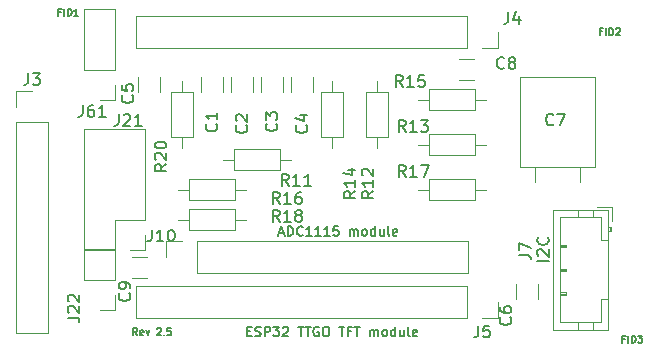
<source format=gto>
G04 #@! TF.GenerationSoftware,KiCad,Pcbnew,(5.1.10)-1*
G04 #@! TF.CreationDate,2021-08-27T23:45:12+02:00*
G04 #@! TF.ProjectId,JuntekOnSteroidsTTGO,4a756e74-656b-44f6-9e53-7465726f6964,2.5*
G04 #@! TF.SameCoordinates,PX5b716c8PY5b716c8*
G04 #@! TF.FileFunction,Legend,Top*
G04 #@! TF.FilePolarity,Positive*
%FSLAX46Y46*%
G04 Gerber Fmt 4.6, Leading zero omitted, Abs format (unit mm)*
G04 Created by KiCad (PCBNEW (5.1.10)-1) date 2021-08-27 23:45:12*
%MOMM*%
%LPD*%
G01*
G04 APERTURE LIST*
%ADD10C,0.150000*%
%ADD11C,0.120000*%
G04 APERTURE END LIST*
D10*
X48839380Y12993810D02*
X47839380Y12993810D01*
X47934619Y13422381D02*
X47887000Y13470000D01*
X47839380Y13565239D01*
X47839380Y13803334D01*
X47887000Y13898572D01*
X47934619Y13946191D01*
X48029857Y13993810D01*
X48125095Y13993810D01*
X48267952Y13946191D01*
X48839380Y13374762D01*
X48839380Y13993810D01*
X48744142Y14993810D02*
X48791761Y14946191D01*
X48839380Y14803334D01*
X48839380Y14708096D01*
X48791761Y14565239D01*
X48696523Y14470000D01*
X48601285Y14422381D01*
X48410809Y14374762D01*
X48267952Y14374762D01*
X48077476Y14422381D01*
X47982238Y14470000D01*
X47887000Y14565239D01*
X47839380Y14708096D01*
X47839380Y14803334D01*
X47887000Y14946191D01*
X47934619Y14993810D01*
X25997523Y15360667D02*
X26378476Y15360667D01*
X25921333Y15132096D02*
X26188000Y15932096D01*
X26454666Y15132096D01*
X26721333Y15132096D02*
X26721333Y15932096D01*
X26911809Y15932096D01*
X27026095Y15894000D01*
X27102285Y15817810D01*
X27140380Y15741620D01*
X27178476Y15589239D01*
X27178476Y15474953D01*
X27140380Y15322572D01*
X27102285Y15246381D01*
X27026095Y15170191D01*
X26911809Y15132096D01*
X26721333Y15132096D01*
X27978476Y15208286D02*
X27940380Y15170191D01*
X27826095Y15132096D01*
X27749904Y15132096D01*
X27635619Y15170191D01*
X27559428Y15246381D01*
X27521333Y15322572D01*
X27483238Y15474953D01*
X27483238Y15589239D01*
X27521333Y15741620D01*
X27559428Y15817810D01*
X27635619Y15894000D01*
X27749904Y15932096D01*
X27826095Y15932096D01*
X27940380Y15894000D01*
X27978476Y15855905D01*
X28740380Y15132096D02*
X28283238Y15132096D01*
X28511809Y15132096D02*
X28511809Y15932096D01*
X28435619Y15817810D01*
X28359428Y15741620D01*
X28283238Y15703524D01*
X29502285Y15132096D02*
X29045142Y15132096D01*
X29273714Y15132096D02*
X29273714Y15932096D01*
X29197523Y15817810D01*
X29121333Y15741620D01*
X29045142Y15703524D01*
X30264190Y15132096D02*
X29807047Y15132096D01*
X30035619Y15132096D02*
X30035619Y15932096D01*
X29959428Y15817810D01*
X29883238Y15741620D01*
X29807047Y15703524D01*
X30988000Y15932096D02*
X30607047Y15932096D01*
X30568952Y15551143D01*
X30607047Y15589239D01*
X30683238Y15627334D01*
X30873714Y15627334D01*
X30949904Y15589239D01*
X30988000Y15551143D01*
X31026095Y15474953D01*
X31026095Y15284477D01*
X30988000Y15208286D01*
X30949904Y15170191D01*
X30873714Y15132096D01*
X30683238Y15132096D01*
X30607047Y15170191D01*
X30568952Y15208286D01*
X31978476Y15132096D02*
X31978476Y15665429D01*
X31978476Y15589239D02*
X32016571Y15627334D01*
X32092761Y15665429D01*
X32207047Y15665429D01*
X32283238Y15627334D01*
X32321333Y15551143D01*
X32321333Y15132096D01*
X32321333Y15551143D02*
X32359428Y15627334D01*
X32435619Y15665429D01*
X32549904Y15665429D01*
X32626095Y15627334D01*
X32664190Y15551143D01*
X32664190Y15132096D01*
X33159428Y15132096D02*
X33083238Y15170191D01*
X33045142Y15208286D01*
X33007047Y15284477D01*
X33007047Y15513048D01*
X33045142Y15589239D01*
X33083238Y15627334D01*
X33159428Y15665429D01*
X33273714Y15665429D01*
X33349904Y15627334D01*
X33388000Y15589239D01*
X33426095Y15513048D01*
X33426095Y15284477D01*
X33388000Y15208286D01*
X33349904Y15170191D01*
X33273714Y15132096D01*
X33159428Y15132096D01*
X34111809Y15132096D02*
X34111809Y15932096D01*
X34111809Y15170191D02*
X34035619Y15132096D01*
X33883238Y15132096D01*
X33807047Y15170191D01*
X33768952Y15208286D01*
X33730857Y15284477D01*
X33730857Y15513048D01*
X33768952Y15589239D01*
X33807047Y15627334D01*
X33883238Y15665429D01*
X34035619Y15665429D01*
X34111809Y15627334D01*
X34835619Y15665429D02*
X34835619Y15132096D01*
X34492761Y15665429D02*
X34492761Y15246381D01*
X34530857Y15170191D01*
X34607047Y15132096D01*
X34721333Y15132096D01*
X34797523Y15170191D01*
X34835619Y15208286D01*
X35330857Y15132096D02*
X35254666Y15170191D01*
X35216571Y15246381D01*
X35216571Y15932096D01*
X35940380Y15170191D02*
X35864190Y15132096D01*
X35711809Y15132096D01*
X35635619Y15170191D01*
X35597523Y15246381D01*
X35597523Y15551143D01*
X35635619Y15627334D01*
X35711809Y15665429D01*
X35864190Y15665429D01*
X35940380Y15627334D01*
X35978476Y15551143D01*
X35978476Y15474953D01*
X35597523Y15398762D01*
X23299047Y7042143D02*
X23565714Y7042143D01*
X23680000Y6623096D02*
X23299047Y6623096D01*
X23299047Y7423096D01*
X23680000Y7423096D01*
X23984761Y6661191D02*
X24099047Y6623096D01*
X24289523Y6623096D01*
X24365714Y6661191D01*
X24403809Y6699286D01*
X24441904Y6775477D01*
X24441904Y6851667D01*
X24403809Y6927858D01*
X24365714Y6965953D01*
X24289523Y7004048D01*
X24137142Y7042143D01*
X24060952Y7080239D01*
X24022857Y7118334D01*
X23984761Y7194524D01*
X23984761Y7270715D01*
X24022857Y7346905D01*
X24060952Y7385000D01*
X24137142Y7423096D01*
X24327619Y7423096D01*
X24441904Y7385000D01*
X24784761Y6623096D02*
X24784761Y7423096D01*
X25089523Y7423096D01*
X25165714Y7385000D01*
X25203809Y7346905D01*
X25241904Y7270715D01*
X25241904Y7156429D01*
X25203809Y7080239D01*
X25165714Y7042143D01*
X25089523Y7004048D01*
X24784761Y7004048D01*
X25508571Y7423096D02*
X26003809Y7423096D01*
X25737142Y7118334D01*
X25851428Y7118334D01*
X25927619Y7080239D01*
X25965714Y7042143D01*
X26003809Y6965953D01*
X26003809Y6775477D01*
X25965714Y6699286D01*
X25927619Y6661191D01*
X25851428Y6623096D01*
X25622857Y6623096D01*
X25546666Y6661191D01*
X25508571Y6699286D01*
X26308571Y7346905D02*
X26346666Y7385000D01*
X26422857Y7423096D01*
X26613333Y7423096D01*
X26689523Y7385000D01*
X26727619Y7346905D01*
X26765714Y7270715D01*
X26765714Y7194524D01*
X26727619Y7080239D01*
X26270476Y6623096D01*
X26765714Y6623096D01*
X27603809Y7423096D02*
X28060952Y7423096D01*
X27832380Y6623096D02*
X27832380Y7423096D01*
X28213333Y7423096D02*
X28670476Y7423096D01*
X28441904Y6623096D02*
X28441904Y7423096D01*
X29356190Y7385000D02*
X29280000Y7423096D01*
X29165714Y7423096D01*
X29051428Y7385000D01*
X28975238Y7308810D01*
X28937142Y7232620D01*
X28899047Y7080239D01*
X28899047Y6965953D01*
X28937142Y6813572D01*
X28975238Y6737381D01*
X29051428Y6661191D01*
X29165714Y6623096D01*
X29241904Y6623096D01*
X29356190Y6661191D01*
X29394285Y6699286D01*
X29394285Y6965953D01*
X29241904Y6965953D01*
X29889523Y7423096D02*
X30041904Y7423096D01*
X30118095Y7385000D01*
X30194285Y7308810D01*
X30232380Y7156429D01*
X30232380Y6889762D01*
X30194285Y6737381D01*
X30118095Y6661191D01*
X30041904Y6623096D01*
X29889523Y6623096D01*
X29813333Y6661191D01*
X29737142Y6737381D01*
X29699047Y6889762D01*
X29699047Y7156429D01*
X29737142Y7308810D01*
X29813333Y7385000D01*
X29889523Y7423096D01*
X31070476Y7423096D02*
X31527619Y7423096D01*
X31299047Y6623096D02*
X31299047Y7423096D01*
X32060952Y7042143D02*
X31794285Y7042143D01*
X31794285Y6623096D02*
X31794285Y7423096D01*
X32175238Y7423096D01*
X32365714Y7423096D02*
X32822857Y7423096D01*
X32594285Y6623096D02*
X32594285Y7423096D01*
X33699047Y6623096D02*
X33699047Y7156429D01*
X33699047Y7080239D02*
X33737142Y7118334D01*
X33813333Y7156429D01*
X33927619Y7156429D01*
X34003809Y7118334D01*
X34041904Y7042143D01*
X34041904Y6623096D01*
X34041904Y7042143D02*
X34080000Y7118334D01*
X34156190Y7156429D01*
X34270476Y7156429D01*
X34346666Y7118334D01*
X34384761Y7042143D01*
X34384761Y6623096D01*
X34880000Y6623096D02*
X34803809Y6661191D01*
X34765714Y6699286D01*
X34727619Y6775477D01*
X34727619Y7004048D01*
X34765714Y7080239D01*
X34803809Y7118334D01*
X34880000Y7156429D01*
X34994285Y7156429D01*
X35070476Y7118334D01*
X35108571Y7080239D01*
X35146666Y7004048D01*
X35146666Y6775477D01*
X35108571Y6699286D01*
X35070476Y6661191D01*
X34994285Y6623096D01*
X34880000Y6623096D01*
X35832380Y6623096D02*
X35832380Y7423096D01*
X35832380Y6661191D02*
X35756190Y6623096D01*
X35603809Y6623096D01*
X35527619Y6661191D01*
X35489523Y6699286D01*
X35451428Y6775477D01*
X35451428Y7004048D01*
X35489523Y7080239D01*
X35527619Y7118334D01*
X35603809Y7156429D01*
X35756190Y7156429D01*
X35832380Y7118334D01*
X36556190Y7156429D02*
X36556190Y6623096D01*
X36213333Y7156429D02*
X36213333Y6737381D01*
X36251428Y6661191D01*
X36327619Y6623096D01*
X36441904Y6623096D01*
X36518095Y6661191D01*
X36556190Y6699286D01*
X37051428Y6623096D02*
X36975238Y6661191D01*
X36937142Y6737381D01*
X36937142Y7423096D01*
X37660952Y6661191D02*
X37584761Y6623096D01*
X37432380Y6623096D01*
X37356190Y6661191D01*
X37318095Y6737381D01*
X37318095Y7042143D01*
X37356190Y7118334D01*
X37432380Y7156429D01*
X37584761Y7156429D01*
X37660952Y7118334D01*
X37699047Y7042143D01*
X37699047Y6965953D01*
X37318095Y6889762D01*
X13997142Y6713572D02*
X13797142Y6999286D01*
X13654285Y6713572D02*
X13654285Y7313572D01*
X13882857Y7313572D01*
X13940000Y7285000D01*
X13968571Y7256429D01*
X13997142Y7199286D01*
X13997142Y7113572D01*
X13968571Y7056429D01*
X13940000Y7027858D01*
X13882857Y6999286D01*
X13654285Y6999286D01*
X14482857Y6742143D02*
X14425714Y6713572D01*
X14311428Y6713572D01*
X14254285Y6742143D01*
X14225714Y6799286D01*
X14225714Y7027858D01*
X14254285Y7085000D01*
X14311428Y7113572D01*
X14425714Y7113572D01*
X14482857Y7085000D01*
X14511428Y7027858D01*
X14511428Y6970715D01*
X14225714Y6913572D01*
X14711428Y7113572D02*
X14854285Y6713572D01*
X14997142Y7113572D01*
X15654285Y7256429D02*
X15682857Y7285000D01*
X15740000Y7313572D01*
X15882857Y7313572D01*
X15940000Y7285000D01*
X15968571Y7256429D01*
X15997142Y7199286D01*
X15997142Y7142143D01*
X15968571Y7056429D01*
X15625714Y6713572D01*
X15997142Y6713572D01*
X16254285Y6770715D02*
X16282857Y6742143D01*
X16254285Y6713572D01*
X16225714Y6742143D01*
X16254285Y6770715D01*
X16254285Y6713572D01*
X16825714Y7313572D02*
X16540000Y7313572D01*
X16511428Y7027858D01*
X16540000Y7056429D01*
X16597142Y7085000D01*
X16740000Y7085000D01*
X16797142Y7056429D01*
X16825714Y7027858D01*
X16854285Y6970715D01*
X16854285Y6827858D01*
X16825714Y6770715D01*
X16797142Y6742143D01*
X16740000Y6713572D01*
X16597142Y6713572D01*
X16540000Y6742143D01*
X16511428Y6770715D01*
D11*
G04 #@! TO.C,C7*
X46355000Y28575000D02*
X52705000Y28575000D01*
X52705000Y28575000D02*
X52705000Y20955000D01*
X52705000Y20955000D02*
X46355000Y20955000D01*
X46355000Y20955000D02*
X46355000Y28575000D01*
X47625000Y20955000D02*
X47625000Y19685000D01*
X51435000Y20955000D02*
X51435000Y19685000D01*
G04 #@! TO.C,J3*
X3750000Y6925000D02*
X6410000Y6925000D01*
X3750000Y24765000D02*
X3750000Y6925000D01*
X6410000Y24765000D02*
X6410000Y6925000D01*
X3750000Y24765000D02*
X6410000Y24765000D01*
X3750000Y26035000D02*
X3750000Y27365000D01*
X3750000Y27365000D02*
X5080000Y27365000D01*
G04 #@! TO.C,C9*
X13575000Y13366000D02*
X14833000Y13366000D01*
X13575000Y11526000D02*
X14833000Y11526000D01*
G04 #@! TO.C,R16*
X23190000Y19050000D02*
X22240000Y19050000D01*
X17450000Y19050000D02*
X18400000Y19050000D01*
X22240000Y19970000D02*
X18400000Y19970000D01*
X22240000Y18130000D02*
X22240000Y19970000D01*
X18400000Y18130000D02*
X22240000Y18130000D01*
X18400000Y19970000D02*
X18400000Y18130000D01*
G04 #@! TO.C,J61*
X12125000Y34350000D02*
X9465000Y34350000D01*
X12125000Y29210000D02*
X12125000Y34350000D01*
X9465000Y29210000D02*
X9465000Y34350000D01*
X12125000Y29210000D02*
X9465000Y29210000D01*
X12125000Y27940000D02*
X12125000Y26610000D01*
X12125000Y26610000D02*
X10795000Y26610000D01*
G04 #@! TO.C,J22*
X12125000Y14030000D02*
X9465000Y14030000D01*
X12125000Y11430000D02*
X12125000Y14030000D01*
X9465000Y11430000D02*
X9465000Y14030000D01*
X12125000Y11430000D02*
X9465000Y11430000D01*
X12125000Y10160000D02*
X12125000Y8830000D01*
X12125000Y8830000D02*
X10795000Y8830000D01*
G04 #@! TO.C,J21*
X14665000Y24190000D02*
X9465000Y24190000D01*
X14665000Y16510000D02*
X14665000Y24190000D01*
X9465000Y13910000D02*
X9465000Y24190000D01*
X14665000Y16510000D02*
X12065000Y16510000D01*
X12065000Y16510000D02*
X12065000Y13910000D01*
X12065000Y13910000D02*
X9465000Y13910000D01*
X14665000Y15240000D02*
X14665000Y13910000D01*
X14665000Y13910000D02*
X13335000Y13910000D01*
G04 #@! TO.C,J7*
X53880000Y17300000D02*
X49160000Y17300000D01*
X49160000Y17300000D02*
X49160000Y7180000D01*
X49160000Y7180000D02*
X53880000Y7180000D01*
X53880000Y7180000D02*
X53880000Y17300000D01*
X53880000Y15540000D02*
X54080000Y15540000D01*
X54080000Y15540000D02*
X54080000Y15840000D01*
X54080000Y15840000D02*
X53880000Y15840000D01*
X53980000Y15540000D02*
X53980000Y15840000D01*
X53880000Y14740000D02*
X53270000Y14740000D01*
X53270000Y14740000D02*
X53270000Y16690000D01*
X53270000Y16690000D02*
X49770000Y16690000D01*
X49770000Y16690000D02*
X49770000Y7790000D01*
X49770000Y7790000D02*
X53270000Y7790000D01*
X53270000Y7790000D02*
X53270000Y9740000D01*
X53270000Y9740000D02*
X53880000Y9740000D01*
X52570000Y17300000D02*
X52570000Y16690000D01*
X51270000Y17300000D02*
X51270000Y16690000D01*
X52570000Y7180000D02*
X52570000Y7790000D01*
X51270000Y7180000D02*
X51270000Y7790000D01*
X49770000Y14340000D02*
X50270000Y14340000D01*
X50270000Y14340000D02*
X50270000Y14140000D01*
X50270000Y14140000D02*
X49770000Y14140000D01*
X49770000Y14240000D02*
X50270000Y14240000D01*
X49770000Y12340000D02*
X50270000Y12340000D01*
X50270000Y12340000D02*
X50270000Y12140000D01*
X50270000Y12140000D02*
X49770000Y12140000D01*
X49770000Y12240000D02*
X50270000Y12240000D01*
X49770000Y10340000D02*
X50270000Y10340000D01*
X50270000Y10340000D02*
X50270000Y10140000D01*
X50270000Y10140000D02*
X49770000Y10140000D01*
X49770000Y10240000D02*
X50270000Y10240000D01*
X54180000Y16350000D02*
X54180000Y17600000D01*
X54180000Y17600000D02*
X52930000Y17600000D01*
G04 #@! TO.C,J10*
X19050000Y12005000D02*
X19050000Y14665000D01*
X19050000Y12005000D02*
X41970000Y12005000D01*
X41970000Y12005000D02*
X41970000Y14665000D01*
X19050000Y14665000D02*
X41970000Y14665000D01*
X16450000Y14665000D02*
X17780000Y14665000D01*
X16450000Y13335000D02*
X16450000Y14665000D01*
G04 #@! TO.C,R13*
X38720000Y23780000D02*
X38720000Y21940000D01*
X38720000Y21940000D02*
X42560000Y21940000D01*
X42560000Y21940000D02*
X42560000Y23780000D01*
X42560000Y23780000D02*
X38720000Y23780000D01*
X37770000Y22860000D02*
X38720000Y22860000D01*
X43510000Y22860000D02*
X42560000Y22860000D01*
G04 #@! TO.C,C6*
X47910000Y9805000D02*
X47910000Y11063000D01*
X46070000Y9805000D02*
X46070000Y11063000D01*
G04 #@! TO.C,C5*
X15906000Y27291000D02*
X15906000Y28549000D01*
X14066000Y27291000D02*
X14066000Y28549000D01*
G04 #@! TO.C,R20*
X17780000Y22530000D02*
X17780000Y23480000D01*
X17780000Y28270000D02*
X17780000Y27320000D01*
X18700000Y23480000D02*
X18700000Y27320000D01*
X16860000Y23480000D02*
X18700000Y23480000D01*
X16860000Y27320000D02*
X16860000Y23480000D01*
X18700000Y27320000D02*
X16860000Y27320000D01*
G04 #@! TO.C,R18*
X23190000Y16510000D02*
X22240000Y16510000D01*
X17450000Y16510000D02*
X18400000Y16510000D01*
X22240000Y17430000D02*
X18400000Y17430000D01*
X22240000Y15590000D02*
X22240000Y17430000D01*
X18400000Y15590000D02*
X22240000Y15590000D01*
X18400000Y17430000D02*
X18400000Y15590000D01*
G04 #@! TO.C,R17*
X43510000Y19050000D02*
X42560000Y19050000D01*
X37770000Y19050000D02*
X38720000Y19050000D01*
X42560000Y19970000D02*
X38720000Y19970000D01*
X42560000Y18130000D02*
X42560000Y19970000D01*
X38720000Y18130000D02*
X42560000Y18130000D01*
X38720000Y19970000D02*
X38720000Y18130000D01*
G04 #@! TO.C,R15*
X43510000Y26670000D02*
X42560000Y26670000D01*
X37770000Y26670000D02*
X38720000Y26670000D01*
X42560000Y27590000D02*
X38720000Y27590000D01*
X42560000Y25750000D02*
X42560000Y27590000D01*
X38720000Y25750000D02*
X42560000Y25750000D01*
X38720000Y27590000D02*
X38720000Y25750000D01*
G04 #@! TO.C,R12*
X34290000Y28270000D02*
X34290000Y27320000D01*
X34290000Y22530000D02*
X34290000Y23480000D01*
X33370000Y27320000D02*
X33370000Y23480000D01*
X35210000Y27320000D02*
X33370000Y27320000D01*
X35210000Y23480000D02*
X35210000Y27320000D01*
X33370000Y23480000D02*
X35210000Y23480000D01*
G04 #@! TO.C,R11*
X21260000Y21590000D02*
X22210000Y21590000D01*
X27000000Y21590000D02*
X26050000Y21590000D01*
X22210000Y20670000D02*
X26050000Y20670000D01*
X22210000Y22510000D02*
X22210000Y20670000D01*
X26050000Y22510000D02*
X22210000Y22510000D01*
X26050000Y20670000D02*
X26050000Y22510000D01*
G04 #@! TO.C,C3*
X24480000Y28589000D02*
X24480000Y27331000D01*
X26320000Y28589000D02*
X26320000Y27331000D01*
G04 #@! TO.C,C2*
X21940000Y28589000D02*
X21940000Y27331000D01*
X23780000Y28589000D02*
X23780000Y27331000D01*
G04 #@! TO.C,C1*
X19400000Y28589000D02*
X19400000Y27331000D01*
X21240000Y28589000D02*
X21240000Y27331000D01*
G04 #@! TO.C,R14*
X30480000Y22530000D02*
X30480000Y23480000D01*
X30480000Y28270000D02*
X30480000Y27320000D01*
X31400000Y23480000D02*
X31400000Y27320000D01*
X29560000Y23480000D02*
X31400000Y23480000D01*
X29560000Y27320000D02*
X29560000Y23480000D01*
X31400000Y27320000D02*
X29560000Y27320000D01*
G04 #@! TO.C,C8*
X42519000Y30130000D02*
X41261000Y30130000D01*
X42519000Y28290000D02*
X41261000Y28290000D01*
G04 #@! TO.C,C4*
X27020000Y28589000D02*
X27020000Y27331000D01*
X28860000Y28589000D02*
X28860000Y27331000D01*
G04 #@! TO.C,J5*
X41910000Y10855000D02*
X41910000Y8195000D01*
X41910000Y10855000D02*
X13910000Y10855000D01*
X13910000Y10855000D02*
X13910000Y8195000D01*
X41910000Y8195000D02*
X13910000Y8195000D01*
X44510000Y8195000D02*
X43180000Y8195000D01*
X44510000Y9525000D02*
X44510000Y8195000D01*
G04 #@! TO.C,J4*
X41910000Y33715000D02*
X41910000Y31055000D01*
X41910000Y33715000D02*
X13910000Y33715000D01*
X13910000Y33715000D02*
X13910000Y31055000D01*
X41910000Y31055000D02*
X13910000Y31055000D01*
X44510000Y31055000D02*
X43180000Y31055000D01*
X44510000Y32385000D02*
X44510000Y31055000D01*
G04 #@! TO.C,C7*
D10*
X49208333Y24577858D02*
X49160714Y24530239D01*
X49017857Y24482620D01*
X48922619Y24482620D01*
X48779761Y24530239D01*
X48684523Y24625477D01*
X48636904Y24720715D01*
X48589285Y24911191D01*
X48589285Y25054048D01*
X48636904Y25244524D01*
X48684523Y25339762D01*
X48779761Y25435000D01*
X48922619Y25482620D01*
X49017857Y25482620D01*
X49160714Y25435000D01*
X49208333Y25387381D01*
X49541666Y25482620D02*
X50208333Y25482620D01*
X49779761Y24482620D01*
G04 #@! TO.C,J3*
X4746666Y28912620D02*
X4746666Y28198334D01*
X4699047Y28055477D01*
X4603809Y27960239D01*
X4460952Y27912620D01*
X4365714Y27912620D01*
X5127619Y28912620D02*
X5746666Y28912620D01*
X5413333Y28531667D01*
X5556190Y28531667D01*
X5651428Y28484048D01*
X5699047Y28436429D01*
X5746666Y28341191D01*
X5746666Y28103096D01*
X5699047Y28007858D01*
X5651428Y27960239D01*
X5556190Y27912620D01*
X5270476Y27912620D01*
X5175238Y27960239D01*
X5127619Y28007858D01*
G04 #@! TO.C,C9*
X13311142Y10247334D02*
X13358761Y10199715D01*
X13406380Y10056858D01*
X13406380Y9961620D01*
X13358761Y9818762D01*
X13263523Y9723524D01*
X13168285Y9675905D01*
X12977809Y9628286D01*
X12834952Y9628286D01*
X12644476Y9675905D01*
X12549238Y9723524D01*
X12454000Y9818762D01*
X12406380Y9961620D01*
X12406380Y10056858D01*
X12454000Y10199715D01*
X12501619Y10247334D01*
X13406380Y10723524D02*
X13406380Y10914000D01*
X13358761Y11009239D01*
X13311142Y11056858D01*
X13168285Y11152096D01*
X12977809Y11199715D01*
X12596857Y11199715D01*
X12501619Y11152096D01*
X12454000Y11104477D01*
X12406380Y11009239D01*
X12406380Y10818762D01*
X12454000Y10723524D01*
X12501619Y10675905D01*
X12596857Y10628286D01*
X12834952Y10628286D01*
X12930190Y10675905D01*
X12977809Y10723524D01*
X13025428Y10818762D01*
X13025428Y11009239D01*
X12977809Y11104477D01*
X12930190Y11152096D01*
X12834952Y11199715D01*
G04 #@! TO.C,R16*
X26027142Y17835620D02*
X25693809Y18311810D01*
X25455714Y17835620D02*
X25455714Y18835620D01*
X25836666Y18835620D01*
X25931904Y18788000D01*
X25979523Y18740381D01*
X26027142Y18645143D01*
X26027142Y18502286D01*
X25979523Y18407048D01*
X25931904Y18359429D01*
X25836666Y18311810D01*
X25455714Y18311810D01*
X26979523Y17835620D02*
X26408095Y17835620D01*
X26693809Y17835620D02*
X26693809Y18835620D01*
X26598571Y18692762D01*
X26503333Y18597524D01*
X26408095Y18549905D01*
X27836666Y18835620D02*
X27646190Y18835620D01*
X27550952Y18788000D01*
X27503333Y18740381D01*
X27408095Y18597524D01*
X27360476Y18407048D01*
X27360476Y18026096D01*
X27408095Y17930858D01*
X27455714Y17883239D01*
X27550952Y17835620D01*
X27741428Y17835620D01*
X27836666Y17883239D01*
X27884285Y17930858D01*
X27931904Y18026096D01*
X27931904Y18264191D01*
X27884285Y18359429D01*
X27836666Y18407048D01*
X27741428Y18454667D01*
X27550952Y18454667D01*
X27455714Y18407048D01*
X27408095Y18359429D01*
X27360476Y18264191D01*
G04 #@! TO.C,FID2*
X53332142Y32427858D02*
X53132142Y32427858D01*
X53132142Y32113572D02*
X53132142Y32713572D01*
X53417857Y32713572D01*
X53646428Y32113572D02*
X53646428Y32713572D01*
X53932142Y32113572D02*
X53932142Y32713572D01*
X54075000Y32713572D01*
X54160714Y32685000D01*
X54217857Y32627858D01*
X54246428Y32570715D01*
X54275000Y32456429D01*
X54275000Y32370715D01*
X54246428Y32256429D01*
X54217857Y32199286D01*
X54160714Y32142143D01*
X54075000Y32113572D01*
X53932142Y32113572D01*
X54503571Y32656429D02*
X54532142Y32685000D01*
X54589285Y32713572D01*
X54732142Y32713572D01*
X54789285Y32685000D01*
X54817857Y32656429D01*
X54846428Y32599286D01*
X54846428Y32542143D01*
X54817857Y32456429D01*
X54475000Y32113572D01*
X54846428Y32113572D01*
G04 #@! TO.C,J61*
X9350476Y26201620D02*
X9350476Y25487334D01*
X9302857Y25344477D01*
X9207619Y25249239D01*
X9064761Y25201620D01*
X8969523Y25201620D01*
X10255238Y26201620D02*
X10064761Y26201620D01*
X9969523Y26154000D01*
X9921904Y26106381D01*
X9826666Y25963524D01*
X9779047Y25773048D01*
X9779047Y25392096D01*
X9826666Y25296858D01*
X9874285Y25249239D01*
X9969523Y25201620D01*
X10160000Y25201620D01*
X10255238Y25249239D01*
X10302857Y25296858D01*
X10350476Y25392096D01*
X10350476Y25630191D01*
X10302857Y25725429D01*
X10255238Y25773048D01*
X10160000Y25820667D01*
X9969523Y25820667D01*
X9874285Y25773048D01*
X9826666Y25725429D01*
X9779047Y25630191D01*
X11302857Y25201620D02*
X10731428Y25201620D01*
X11017142Y25201620D02*
X11017142Y26201620D01*
X10921904Y26058762D01*
X10826666Y25963524D01*
X10731428Y25915905D01*
G04 #@! TO.C,J22*
X8088380Y8207477D02*
X8802666Y8207477D01*
X8945523Y8159858D01*
X9040761Y8064620D01*
X9088380Y7921762D01*
X9088380Y7826524D01*
X8183619Y8636048D02*
X8136000Y8683667D01*
X8088380Y8778905D01*
X8088380Y9017000D01*
X8136000Y9112239D01*
X8183619Y9159858D01*
X8278857Y9207477D01*
X8374095Y9207477D01*
X8516952Y9159858D01*
X9088380Y8588429D01*
X9088380Y9207477D01*
X8183619Y9588429D02*
X8136000Y9636048D01*
X8088380Y9731286D01*
X8088380Y9969381D01*
X8136000Y10064620D01*
X8183619Y10112239D01*
X8278857Y10159858D01*
X8374095Y10159858D01*
X8516952Y10112239D01*
X9088380Y9540810D01*
X9088380Y10159858D01*
G04 #@! TO.C,J21*
X12398476Y25439620D02*
X12398476Y24725334D01*
X12350857Y24582477D01*
X12255619Y24487239D01*
X12112761Y24439620D01*
X12017523Y24439620D01*
X12827047Y25344381D02*
X12874666Y25392000D01*
X12969904Y25439620D01*
X13208000Y25439620D01*
X13303238Y25392000D01*
X13350857Y25344381D01*
X13398476Y25249143D01*
X13398476Y25153905D01*
X13350857Y25011048D01*
X12779428Y24439620D01*
X13398476Y24439620D01*
X14350857Y24439620D02*
X13779428Y24439620D01*
X14065142Y24439620D02*
X14065142Y25439620D01*
X13969904Y25296762D01*
X13874666Y25201524D01*
X13779428Y25153905D01*
G04 #@! TO.C,J7*
X46315380Y13509667D02*
X47029666Y13509667D01*
X47172523Y13462048D01*
X47267761Y13366810D01*
X47315380Y13223953D01*
X47315380Y13128715D01*
X46315380Y13890620D02*
X46315380Y14557286D01*
X47315380Y14128715D01*
G04 #@! TO.C,J10*
X15192476Y15660620D02*
X15192476Y14946334D01*
X15144857Y14803477D01*
X15049619Y14708239D01*
X14906761Y14660620D01*
X14811523Y14660620D01*
X16192476Y14660620D02*
X15621047Y14660620D01*
X15906761Y14660620D02*
X15906761Y15660620D01*
X15811523Y15517762D01*
X15716285Y15422524D01*
X15621047Y15374905D01*
X16811523Y15660620D02*
X16906761Y15660620D01*
X17002000Y15613000D01*
X17049619Y15565381D01*
X17097238Y15470143D01*
X17144857Y15279667D01*
X17144857Y15041572D01*
X17097238Y14851096D01*
X17049619Y14755858D01*
X17002000Y14708239D01*
X16906761Y14660620D01*
X16811523Y14660620D01*
X16716285Y14708239D01*
X16668666Y14755858D01*
X16621047Y14851096D01*
X16573428Y15041572D01*
X16573428Y15279667D01*
X16621047Y15470143D01*
X16668666Y15565381D01*
X16716285Y15613000D01*
X16811523Y15660620D01*
G04 #@! TO.C,R13*
X36695142Y23931620D02*
X36361809Y24407810D01*
X36123714Y23931620D02*
X36123714Y24931620D01*
X36504666Y24931620D01*
X36599904Y24884000D01*
X36647523Y24836381D01*
X36695142Y24741143D01*
X36695142Y24598286D01*
X36647523Y24503048D01*
X36599904Y24455429D01*
X36504666Y24407810D01*
X36123714Y24407810D01*
X37647523Y23931620D02*
X37076095Y23931620D01*
X37361809Y23931620D02*
X37361809Y24931620D01*
X37266571Y24788762D01*
X37171333Y24693524D01*
X37076095Y24645905D01*
X37980857Y24931620D02*
X38599904Y24931620D01*
X38266571Y24550667D01*
X38409428Y24550667D01*
X38504666Y24503048D01*
X38552285Y24455429D01*
X38599904Y24360191D01*
X38599904Y24122096D01*
X38552285Y24026858D01*
X38504666Y23979239D01*
X38409428Y23931620D01*
X38123714Y23931620D01*
X38028476Y23979239D01*
X37980857Y24026858D01*
G04 #@! TO.C,C6*
X45569142Y8215334D02*
X45616761Y8167715D01*
X45664380Y8024858D01*
X45664380Y7929620D01*
X45616761Y7786762D01*
X45521523Y7691524D01*
X45426285Y7643905D01*
X45235809Y7596286D01*
X45092952Y7596286D01*
X44902476Y7643905D01*
X44807238Y7691524D01*
X44712000Y7786762D01*
X44664380Y7929620D01*
X44664380Y8024858D01*
X44712000Y8167715D01*
X44759619Y8215334D01*
X44664380Y9072477D02*
X44664380Y8882000D01*
X44712000Y8786762D01*
X44759619Y8739143D01*
X44902476Y8643905D01*
X45092952Y8596286D01*
X45473904Y8596286D01*
X45569142Y8643905D01*
X45616761Y8691524D01*
X45664380Y8786762D01*
X45664380Y8977239D01*
X45616761Y9072477D01*
X45569142Y9120096D01*
X45473904Y9167715D01*
X45235809Y9167715D01*
X45140571Y9120096D01*
X45092952Y9072477D01*
X45045333Y8977239D01*
X45045333Y8786762D01*
X45092952Y8691524D01*
X45140571Y8643905D01*
X45235809Y8596286D01*
G04 #@! TO.C,C5*
X13565142Y27011334D02*
X13612761Y26963715D01*
X13660380Y26820858D01*
X13660380Y26725620D01*
X13612761Y26582762D01*
X13517523Y26487524D01*
X13422285Y26439905D01*
X13231809Y26392286D01*
X13088952Y26392286D01*
X12898476Y26439905D01*
X12803238Y26487524D01*
X12708000Y26582762D01*
X12660380Y26725620D01*
X12660380Y26820858D01*
X12708000Y26963715D01*
X12755619Y27011334D01*
X12660380Y27916096D02*
X12660380Y27439905D01*
X13136571Y27392286D01*
X13088952Y27439905D01*
X13041333Y27535143D01*
X13041333Y27773239D01*
X13088952Y27868477D01*
X13136571Y27916096D01*
X13231809Y27963715D01*
X13469904Y27963715D01*
X13565142Y27916096D01*
X13612761Y27868477D01*
X13660380Y27773239D01*
X13660380Y27535143D01*
X13612761Y27439905D01*
X13565142Y27392286D01*
G04 #@! TO.C,R20*
X16454380Y21201143D02*
X15978190Y20867810D01*
X16454380Y20629715D02*
X15454380Y20629715D01*
X15454380Y21010667D01*
X15502000Y21105905D01*
X15549619Y21153524D01*
X15644857Y21201143D01*
X15787714Y21201143D01*
X15882952Y21153524D01*
X15930571Y21105905D01*
X15978190Y21010667D01*
X15978190Y20629715D01*
X15549619Y21582096D02*
X15502000Y21629715D01*
X15454380Y21724953D01*
X15454380Y21963048D01*
X15502000Y22058286D01*
X15549619Y22105905D01*
X15644857Y22153524D01*
X15740095Y22153524D01*
X15882952Y22105905D01*
X16454380Y21534477D01*
X16454380Y22153524D01*
X15454380Y22772572D02*
X15454380Y22867810D01*
X15502000Y22963048D01*
X15549619Y23010667D01*
X15644857Y23058286D01*
X15835333Y23105905D01*
X16073428Y23105905D01*
X16263904Y23058286D01*
X16359142Y23010667D01*
X16406761Y22963048D01*
X16454380Y22867810D01*
X16454380Y22772572D01*
X16406761Y22677334D01*
X16359142Y22629715D01*
X16263904Y22582096D01*
X16073428Y22534477D01*
X15835333Y22534477D01*
X15644857Y22582096D01*
X15549619Y22629715D01*
X15502000Y22677334D01*
X15454380Y22772572D01*
G04 #@! TO.C,R18*
X26027142Y16311620D02*
X25693809Y16787810D01*
X25455714Y16311620D02*
X25455714Y17311620D01*
X25836666Y17311620D01*
X25931904Y17264000D01*
X25979523Y17216381D01*
X26027142Y17121143D01*
X26027142Y16978286D01*
X25979523Y16883048D01*
X25931904Y16835429D01*
X25836666Y16787810D01*
X25455714Y16787810D01*
X26979523Y16311620D02*
X26408095Y16311620D01*
X26693809Y16311620D02*
X26693809Y17311620D01*
X26598571Y17168762D01*
X26503333Y17073524D01*
X26408095Y17025905D01*
X27550952Y16883048D02*
X27455714Y16930667D01*
X27408095Y16978286D01*
X27360476Y17073524D01*
X27360476Y17121143D01*
X27408095Y17216381D01*
X27455714Y17264000D01*
X27550952Y17311620D01*
X27741428Y17311620D01*
X27836666Y17264000D01*
X27884285Y17216381D01*
X27931904Y17121143D01*
X27931904Y17073524D01*
X27884285Y16978286D01*
X27836666Y16930667D01*
X27741428Y16883048D01*
X27550952Y16883048D01*
X27455714Y16835429D01*
X27408095Y16787810D01*
X27360476Y16692572D01*
X27360476Y16502096D01*
X27408095Y16406858D01*
X27455714Y16359239D01*
X27550952Y16311620D01*
X27741428Y16311620D01*
X27836666Y16359239D01*
X27884285Y16406858D01*
X27931904Y16502096D01*
X27931904Y16692572D01*
X27884285Y16787810D01*
X27836666Y16835429D01*
X27741428Y16883048D01*
G04 #@! TO.C,R17*
X36695142Y20121620D02*
X36361809Y20597810D01*
X36123714Y20121620D02*
X36123714Y21121620D01*
X36504666Y21121620D01*
X36599904Y21074000D01*
X36647523Y21026381D01*
X36695142Y20931143D01*
X36695142Y20788286D01*
X36647523Y20693048D01*
X36599904Y20645429D01*
X36504666Y20597810D01*
X36123714Y20597810D01*
X37647523Y20121620D02*
X37076095Y20121620D01*
X37361809Y20121620D02*
X37361809Y21121620D01*
X37266571Y20978762D01*
X37171333Y20883524D01*
X37076095Y20835905D01*
X37980857Y21121620D02*
X38647523Y21121620D01*
X38218952Y20121620D01*
G04 #@! TO.C,R15*
X36441142Y27741620D02*
X36107809Y28217810D01*
X35869714Y27741620D02*
X35869714Y28741620D01*
X36250666Y28741620D01*
X36345904Y28694000D01*
X36393523Y28646381D01*
X36441142Y28551143D01*
X36441142Y28408286D01*
X36393523Y28313048D01*
X36345904Y28265429D01*
X36250666Y28217810D01*
X35869714Y28217810D01*
X37393523Y27741620D02*
X36822095Y27741620D01*
X37107809Y27741620D02*
X37107809Y28741620D01*
X37012571Y28598762D01*
X36917333Y28503524D01*
X36822095Y28455905D01*
X38298285Y28741620D02*
X37822095Y28741620D01*
X37774476Y28265429D01*
X37822095Y28313048D01*
X37917333Y28360667D01*
X38155428Y28360667D01*
X38250666Y28313048D01*
X38298285Y28265429D01*
X38345904Y28170191D01*
X38345904Y27932096D01*
X38298285Y27836858D01*
X38250666Y27789239D01*
X38155428Y27741620D01*
X37917333Y27741620D01*
X37822095Y27789239D01*
X37774476Y27836858D01*
G04 #@! TO.C,R12*
X33980380Y18915143D02*
X33504190Y18581810D01*
X33980380Y18343715D02*
X32980380Y18343715D01*
X32980380Y18724667D01*
X33028000Y18819905D01*
X33075619Y18867524D01*
X33170857Y18915143D01*
X33313714Y18915143D01*
X33408952Y18867524D01*
X33456571Y18819905D01*
X33504190Y18724667D01*
X33504190Y18343715D01*
X33980380Y19867524D02*
X33980380Y19296096D01*
X33980380Y19581810D02*
X32980380Y19581810D01*
X33123238Y19486572D01*
X33218476Y19391334D01*
X33266095Y19296096D01*
X33075619Y20248477D02*
X33028000Y20296096D01*
X32980380Y20391334D01*
X32980380Y20629429D01*
X33028000Y20724667D01*
X33075619Y20772286D01*
X33170857Y20819905D01*
X33266095Y20819905D01*
X33408952Y20772286D01*
X33980380Y20200858D01*
X33980380Y20819905D01*
G04 #@! TO.C,R11*
X26789142Y19359620D02*
X26455809Y19835810D01*
X26217714Y19359620D02*
X26217714Y20359620D01*
X26598666Y20359620D01*
X26693904Y20312000D01*
X26741523Y20264381D01*
X26789142Y20169143D01*
X26789142Y20026286D01*
X26741523Y19931048D01*
X26693904Y19883429D01*
X26598666Y19835810D01*
X26217714Y19835810D01*
X27741523Y19359620D02*
X27170095Y19359620D01*
X27455809Y19359620D02*
X27455809Y20359620D01*
X27360571Y20216762D01*
X27265333Y20121524D01*
X27170095Y20073905D01*
X28693904Y19359620D02*
X28122476Y19359620D01*
X28408190Y19359620D02*
X28408190Y20359620D01*
X28312952Y20216762D01*
X28217714Y20121524D01*
X28122476Y20073905D01*
G04 #@! TO.C,C3*
X25757142Y24638334D02*
X25804761Y24590715D01*
X25852380Y24447858D01*
X25852380Y24352620D01*
X25804761Y24209762D01*
X25709523Y24114524D01*
X25614285Y24066905D01*
X25423809Y24019286D01*
X25280952Y24019286D01*
X25090476Y24066905D01*
X24995238Y24114524D01*
X24900000Y24209762D01*
X24852380Y24352620D01*
X24852380Y24447858D01*
X24900000Y24590715D01*
X24947619Y24638334D01*
X24852380Y24971667D02*
X24852380Y25590715D01*
X25233333Y25257381D01*
X25233333Y25400239D01*
X25280952Y25495477D01*
X25328571Y25543096D01*
X25423809Y25590715D01*
X25661904Y25590715D01*
X25757142Y25543096D01*
X25804761Y25495477D01*
X25852380Y25400239D01*
X25852380Y25114524D01*
X25804761Y25019286D01*
X25757142Y24971667D01*
G04 #@! TO.C,C2*
X23217142Y24471334D02*
X23264761Y24423715D01*
X23312380Y24280858D01*
X23312380Y24185620D01*
X23264761Y24042762D01*
X23169523Y23947524D01*
X23074285Y23899905D01*
X22883809Y23852286D01*
X22740952Y23852286D01*
X22550476Y23899905D01*
X22455238Y23947524D01*
X22360000Y24042762D01*
X22312380Y24185620D01*
X22312380Y24280858D01*
X22360000Y24423715D01*
X22407619Y24471334D01*
X22407619Y24852286D02*
X22360000Y24899905D01*
X22312380Y24995143D01*
X22312380Y25233239D01*
X22360000Y25328477D01*
X22407619Y25376096D01*
X22502857Y25423715D01*
X22598095Y25423715D01*
X22740952Y25376096D01*
X23312380Y24804667D01*
X23312380Y25423715D01*
G04 #@! TO.C,C1*
X20677142Y24598334D02*
X20724761Y24550715D01*
X20772380Y24407858D01*
X20772380Y24312620D01*
X20724761Y24169762D01*
X20629523Y24074524D01*
X20534285Y24026905D01*
X20343809Y23979286D01*
X20200952Y23979286D01*
X20010476Y24026905D01*
X19915238Y24074524D01*
X19820000Y24169762D01*
X19772380Y24312620D01*
X19772380Y24407858D01*
X19820000Y24550715D01*
X19867619Y24598334D01*
X20772380Y25550715D02*
X20772380Y24979286D01*
X20772380Y25265000D02*
X19772380Y25265000D01*
X19915238Y25169762D01*
X20010476Y25074524D01*
X20058095Y24979286D01*
G04 #@! TO.C,R14*
X32456380Y18915143D02*
X31980190Y18581810D01*
X32456380Y18343715D02*
X31456380Y18343715D01*
X31456380Y18724667D01*
X31504000Y18819905D01*
X31551619Y18867524D01*
X31646857Y18915143D01*
X31789714Y18915143D01*
X31884952Y18867524D01*
X31932571Y18819905D01*
X31980190Y18724667D01*
X31980190Y18343715D01*
X32456380Y19867524D02*
X32456380Y19296096D01*
X32456380Y19581810D02*
X31456380Y19581810D01*
X31599238Y19486572D01*
X31694476Y19391334D01*
X31742095Y19296096D01*
X31789714Y20724667D02*
X32456380Y20724667D01*
X31408761Y20486572D02*
X32123047Y20248477D01*
X32123047Y20867524D01*
G04 #@! TO.C,C8*
X45045333Y29360858D02*
X44997714Y29313239D01*
X44854857Y29265620D01*
X44759619Y29265620D01*
X44616761Y29313239D01*
X44521523Y29408477D01*
X44473904Y29503715D01*
X44426285Y29694191D01*
X44426285Y29837048D01*
X44473904Y30027524D01*
X44521523Y30122762D01*
X44616761Y30218000D01*
X44759619Y30265620D01*
X44854857Y30265620D01*
X44997714Y30218000D01*
X45045333Y30170381D01*
X45616761Y29837048D02*
X45521523Y29884667D01*
X45473904Y29932286D01*
X45426285Y30027524D01*
X45426285Y30075143D01*
X45473904Y30170381D01*
X45521523Y30218000D01*
X45616761Y30265620D01*
X45807238Y30265620D01*
X45902476Y30218000D01*
X45950095Y30170381D01*
X45997714Y30075143D01*
X45997714Y30027524D01*
X45950095Y29932286D01*
X45902476Y29884667D01*
X45807238Y29837048D01*
X45616761Y29837048D01*
X45521523Y29789429D01*
X45473904Y29741810D01*
X45426285Y29646572D01*
X45426285Y29456096D01*
X45473904Y29360858D01*
X45521523Y29313239D01*
X45616761Y29265620D01*
X45807238Y29265620D01*
X45902476Y29313239D01*
X45950095Y29360858D01*
X45997714Y29456096D01*
X45997714Y29646572D01*
X45950095Y29741810D01*
X45902476Y29789429D01*
X45807238Y29837048D01*
G04 #@! TO.C,C4*
X28297142Y24471334D02*
X28344761Y24423715D01*
X28392380Y24280858D01*
X28392380Y24185620D01*
X28344761Y24042762D01*
X28249523Y23947524D01*
X28154285Y23899905D01*
X27963809Y23852286D01*
X27820952Y23852286D01*
X27630476Y23899905D01*
X27535238Y23947524D01*
X27440000Y24042762D01*
X27392380Y24185620D01*
X27392380Y24280858D01*
X27440000Y24423715D01*
X27487619Y24471334D01*
X27725714Y25328477D02*
X28392380Y25328477D01*
X27344761Y25090381D02*
X28059047Y24852286D01*
X28059047Y25471334D01*
G04 #@! TO.C,FID3*
X55237142Y6392858D02*
X55037142Y6392858D01*
X55037142Y6078572D02*
X55037142Y6678572D01*
X55322857Y6678572D01*
X55551428Y6078572D02*
X55551428Y6678572D01*
X55837142Y6078572D02*
X55837142Y6678572D01*
X55980000Y6678572D01*
X56065714Y6650000D01*
X56122857Y6592858D01*
X56151428Y6535715D01*
X56180000Y6421429D01*
X56180000Y6335715D01*
X56151428Y6221429D01*
X56122857Y6164286D01*
X56065714Y6107143D01*
X55980000Y6078572D01*
X55837142Y6078572D01*
X56380000Y6678572D02*
X56751428Y6678572D01*
X56551428Y6450000D01*
X56637142Y6450000D01*
X56694285Y6421429D01*
X56722857Y6392858D01*
X56751428Y6335715D01*
X56751428Y6192858D01*
X56722857Y6135715D01*
X56694285Y6107143D01*
X56637142Y6078572D01*
X56465714Y6078572D01*
X56408571Y6107143D01*
X56380000Y6135715D01*
G04 #@! TO.C,FID1*
X7485142Y34078858D02*
X7285142Y34078858D01*
X7285142Y33764572D02*
X7285142Y34364572D01*
X7570857Y34364572D01*
X7799428Y33764572D02*
X7799428Y34364572D01*
X8085142Y33764572D02*
X8085142Y34364572D01*
X8228000Y34364572D01*
X8313714Y34336000D01*
X8370857Y34278858D01*
X8399428Y34221715D01*
X8428000Y34107429D01*
X8428000Y34021715D01*
X8399428Y33907429D01*
X8370857Y33850286D01*
X8313714Y33793143D01*
X8228000Y33764572D01*
X8085142Y33764572D01*
X8999428Y33764572D02*
X8656571Y33764572D01*
X8828000Y33764572D02*
X8828000Y34364572D01*
X8770857Y34278858D01*
X8713714Y34221715D01*
X8656571Y34193143D01*
G04 #@! TO.C,J5*
X42846666Y7532620D02*
X42846666Y6818334D01*
X42799047Y6675477D01*
X42703809Y6580239D01*
X42560952Y6532620D01*
X42465714Y6532620D01*
X43799047Y7532620D02*
X43322857Y7532620D01*
X43275238Y7056429D01*
X43322857Y7104048D01*
X43418095Y7151667D01*
X43656190Y7151667D01*
X43751428Y7104048D01*
X43799047Y7056429D01*
X43846666Y6961191D01*
X43846666Y6723096D01*
X43799047Y6627858D01*
X43751428Y6580239D01*
X43656190Y6532620D01*
X43418095Y6532620D01*
X43322857Y6580239D01*
X43275238Y6627858D01*
G04 #@! TO.C,J4*
X45386666Y34075620D02*
X45386666Y33361334D01*
X45339047Y33218477D01*
X45243809Y33123239D01*
X45100952Y33075620D01*
X45005714Y33075620D01*
X46291428Y33742286D02*
X46291428Y33075620D01*
X46053333Y34123239D02*
X45815238Y33408953D01*
X46434285Y33408953D01*
G04 #@! TD*
M02*

</source>
